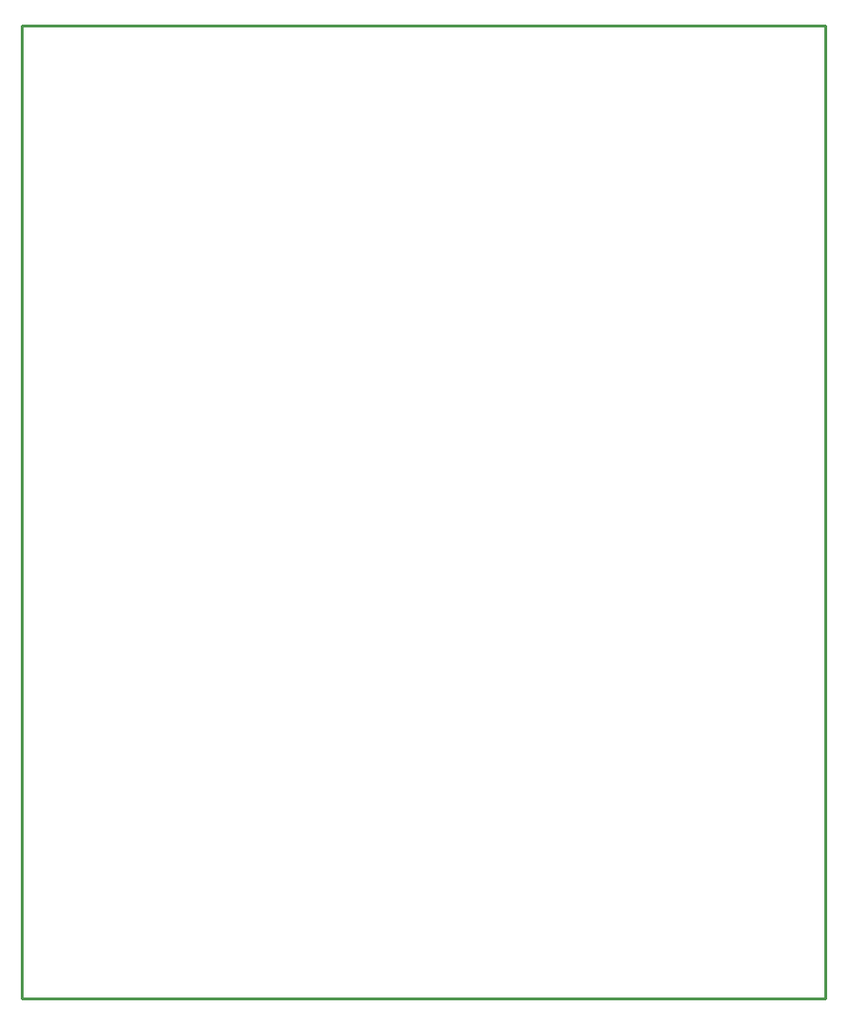
<source format=gbr>
G04 #@! TF.GenerationSoftware,KiCad,Pcbnew,5.1.1-8be2ce7~80~ubuntu18.04.1*
G04 #@! TF.CreationDate,2019-04-21T05:50:51-07:00*
G04 #@! TF.ProjectId,raskrsnica,7261736b-7273-46e6-9963-612e6b696361,rev?*
G04 #@! TF.SameCoordinates,Original*
G04 #@! TF.FileFunction,Profile,NP*
%FSLAX46Y46*%
G04 Gerber Fmt 4.6, Leading zero omitted, Abs format (unit mm)*
G04 Created by KiCad (PCBNEW 5.1.1-8be2ce7~80~ubuntu18.04.1) date 2019-04-21 05:50:51*
%MOMM*%
%LPD*%
G04 APERTURE LIST*
%ADD10C,0.254000*%
G04 APERTURE END LIST*
D10*
X52000000Y-130000000D02*
X124000000Y-130000000D01*
X52000000Y-43000000D02*
X52000000Y-130000000D01*
X124000000Y-43000000D02*
X52000000Y-43000000D01*
X124000000Y-43000000D02*
X124000000Y-130000000D01*
M02*

</source>
